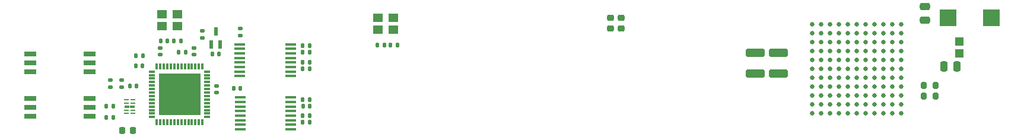
<source format=gbp>
G04 #@! TF.GenerationSoftware,KiCad,Pcbnew,(6.0.7)*
G04 #@! TF.CreationDate,2022-08-09T16:52:42+03:00*
G04 #@! TF.ProjectId,dock_rs232,646f636b-5f72-4733-9233-322e6b696361,rev?*
G04 #@! TF.SameCoordinates,Original*
G04 #@! TF.FileFunction,Paste,Bot*
G04 #@! TF.FilePolarity,Positive*
%FSLAX46Y46*%
G04 Gerber Fmt 4.6, Leading zero omitted, Abs format (unit mm)*
G04 Created by KiCad (PCBNEW (6.0.7)) date 2022-08-09 16:52:42*
%MOMM*%
%LPD*%
G01*
G04 APERTURE LIST*
G04 Aperture macros list*
%AMRoundRect*
0 Rectangle with rounded corners*
0 $1 Rounding radius*
0 $2 $3 $4 $5 $6 $7 $8 $9 X,Y pos of 4 corners*
0 Add a 4 corners polygon primitive as box body*
4,1,4,$2,$3,$4,$5,$6,$7,$8,$9,$2,$3,0*
0 Add four circle primitives for the rounded corners*
1,1,$1+$1,$2,$3*
1,1,$1+$1,$4,$5*
1,1,$1+$1,$6,$7*
1,1,$1+$1,$8,$9*
0 Add four rect primitives between the rounded corners*
20,1,$1+$1,$2,$3,$4,$5,0*
20,1,$1+$1,$4,$5,$6,$7,0*
20,1,$1+$1,$6,$7,$8,$9,0*
20,1,$1+$1,$8,$9,$2,$3,0*%
G04 Aperture macros list end*
%ADD10RoundRect,0.140000X0.140000X0.170000X-0.140000X0.170000X-0.140000X-0.170000X0.140000X-0.170000X0*%
%ADD11C,0.635000*%
%ADD12R,0.675000X0.250000*%
%ADD13R,0.775000X0.400000*%
%ADD14RoundRect,0.250000X-1.100000X0.325000X-1.100000X-0.325000X1.100000X-0.325000X1.100000X0.325000X0*%
%ADD15RoundRect,0.200000X-0.200000X-0.275000X0.200000X-0.275000X0.200000X0.275000X-0.200000X0.275000X0*%
%ADD16RoundRect,0.140000X-0.170000X0.140000X-0.170000X-0.140000X0.170000X-0.140000X0.170000X0.140000X0*%
%ADD17RoundRect,0.140000X-0.140000X-0.170000X0.140000X-0.170000X0.140000X0.170000X-0.140000X0.170000X0*%
%ADD18RoundRect,0.250000X-0.250000X-0.475000X0.250000X-0.475000X0.250000X0.475000X-0.250000X0.475000X0*%
%ADD19RoundRect,0.250000X-0.475000X0.250000X-0.475000X-0.250000X0.475000X-0.250000X0.475000X0.250000X0*%
%ADD20R,1.715000X0.760000*%
%ADD21RoundRect,0.135000X0.185000X-0.135000X0.185000X0.135000X-0.185000X0.135000X-0.185000X-0.135000X0*%
%ADD22R,1.400000X1.200000*%
%ADD23RoundRect,0.218750X0.218750X0.256250X-0.218750X0.256250X-0.218750X-0.256250X0.218750X-0.256250X0*%
%ADD24R,2.350000X2.450000*%
%ADD25RoundRect,0.200000X0.200000X0.275000X-0.200000X0.275000X-0.200000X-0.275000X0.200000X-0.275000X0*%
%ADD26RoundRect,0.135000X0.135000X0.185000X-0.135000X0.185000X-0.135000X-0.185000X0.135000X-0.185000X0*%
%ADD27RoundRect,0.225000X-0.250000X0.225000X-0.250000X-0.225000X0.250000X-0.225000X0.250000X0.225000X0*%
%ADD28R,0.900000X0.300000*%
%ADD29R,0.300000X0.900000*%
%ADD30R,6.000000X6.000000*%
%ADD31R,0.500000X1.150000*%
%ADD32RoundRect,0.135000X-0.135000X-0.185000X0.135000X-0.185000X0.135000X0.185000X-0.135000X0.185000X0*%
%ADD33R,1.639799X0.431000*%
%ADD34R,1.300000X1.200000*%
G04 APERTURE END LIST*
D10*
X261405919Y-105207354D03*
X260445919Y-105207354D03*
D11*
X345855919Y-98867354D03*
X344585919Y-98867354D03*
X343315919Y-98867354D03*
X342045919Y-98867354D03*
X340775919Y-98867354D03*
X339505919Y-98867354D03*
X338235919Y-98867354D03*
X336965919Y-98867354D03*
X335695919Y-98867354D03*
X334425919Y-98867354D03*
X333155919Y-98867354D03*
X345855919Y-100137354D03*
X344585919Y-100137354D03*
X343315919Y-100137354D03*
X342045919Y-100137354D03*
X340775919Y-100137354D03*
X339505919Y-100137354D03*
X338235919Y-100137354D03*
X336965919Y-100137354D03*
X335695919Y-100137354D03*
X334425919Y-100137354D03*
X333155919Y-100137354D03*
X345855919Y-101407354D03*
X344585919Y-101407354D03*
X343315919Y-101407354D03*
X342045919Y-101407354D03*
X340775919Y-101407354D03*
X339505919Y-101407354D03*
X338235919Y-101407354D03*
X336965919Y-101407354D03*
X335695919Y-101407354D03*
X334425919Y-101407354D03*
X333155919Y-101407354D03*
X345855919Y-102677354D03*
X344585919Y-102677354D03*
X343315919Y-102677354D03*
X342045919Y-102677354D03*
X340775919Y-102677354D03*
X339505919Y-102677354D03*
X338235919Y-102677354D03*
X336965919Y-102677354D03*
X335695919Y-102677354D03*
X334425919Y-102677354D03*
X333155919Y-102677354D03*
X345855919Y-103947354D03*
X344585919Y-103947354D03*
X343315919Y-103947354D03*
X342045919Y-103947354D03*
X340775919Y-103947354D03*
X339505919Y-103947354D03*
X338235919Y-103947354D03*
X336965919Y-103947354D03*
X335695919Y-103947354D03*
X334425919Y-103947354D03*
X333155919Y-103947354D03*
X345855919Y-105217354D03*
X344585919Y-105217354D03*
X343315919Y-105217354D03*
X342045919Y-105217354D03*
X340775919Y-105217354D03*
X339505919Y-105217354D03*
X338235919Y-105217354D03*
X336965919Y-105217354D03*
X335695919Y-105217354D03*
X334425919Y-105217354D03*
X333155919Y-105217354D03*
X345855919Y-106487354D03*
X344585919Y-106487354D03*
X343315919Y-106487354D03*
X342045919Y-106487354D03*
X340775919Y-106487354D03*
X339505919Y-106487354D03*
X338235919Y-106487354D03*
X336965919Y-106487354D03*
X335695919Y-106487354D03*
X334425919Y-106487354D03*
X333155919Y-106487354D03*
X345855919Y-107757354D03*
X344585919Y-107757354D03*
X343315919Y-107757354D03*
X342045919Y-107757354D03*
X340775919Y-107757354D03*
X339505919Y-107757354D03*
X338235919Y-107757354D03*
X336965919Y-107757354D03*
X335695919Y-107757354D03*
X334425919Y-107757354D03*
X333155919Y-107757354D03*
X345855919Y-109027354D03*
X344585919Y-109027354D03*
X343315919Y-109027354D03*
X342045919Y-109027354D03*
X340775919Y-109027354D03*
X339505919Y-109027354D03*
X338235919Y-109027354D03*
X336965919Y-109027354D03*
X335695919Y-109027354D03*
X334425919Y-109027354D03*
X333155919Y-109027354D03*
X345855919Y-110297354D03*
X344585919Y-110297354D03*
X343315919Y-110297354D03*
X342045919Y-110297354D03*
X340775919Y-110297354D03*
X339505919Y-110297354D03*
X338235919Y-110297354D03*
X336965919Y-110297354D03*
X335695919Y-110297354D03*
X334425919Y-110297354D03*
X333155919Y-110297354D03*
X345855919Y-111567354D03*
X344585919Y-111567354D03*
X343315919Y-111567354D03*
X342045919Y-111567354D03*
X340775919Y-111567354D03*
X339505919Y-111567354D03*
X338235919Y-111567354D03*
X336965919Y-111567354D03*
X335695919Y-111567354D03*
X334425919Y-111567354D03*
X333155919Y-111567354D03*
D12*
X236176419Y-109592354D03*
X236176419Y-110092354D03*
D13*
X236126419Y-110592354D03*
D12*
X236176419Y-111092354D03*
X236176419Y-111592354D03*
X235301419Y-111592354D03*
X235301419Y-111092354D03*
D13*
X235351419Y-110592354D03*
D12*
X235301419Y-110092354D03*
X235301419Y-109592354D03*
D14*
X325055919Y-102917354D03*
X325055919Y-105867354D03*
D15*
X349090919Y-107607354D03*
X350740919Y-107607354D03*
D16*
X248155919Y-107657354D03*
X248155919Y-108617354D03*
D17*
X271105919Y-101857354D03*
X272065919Y-101857354D03*
D16*
X244915919Y-102222354D03*
X244915919Y-103182354D03*
D10*
X261395919Y-104247354D03*
X260435919Y-104247354D03*
D17*
X235770919Y-107662354D03*
X236730919Y-107662354D03*
D18*
X351905919Y-104867354D03*
X353805919Y-104867354D03*
D19*
X349195919Y-96357354D03*
X349195919Y-98257354D03*
D20*
X230023919Y-103077354D03*
X230023919Y-104347354D03*
X230023919Y-105617354D03*
X230023919Y-109427354D03*
X230023919Y-110697354D03*
X230023919Y-111967354D03*
X221577919Y-111967354D03*
X221577919Y-110697354D03*
X221577919Y-109427354D03*
X221577919Y-105617354D03*
X221577919Y-104347354D03*
X221577919Y-103077354D03*
D21*
X246130919Y-100802354D03*
X246130919Y-99782354D03*
D22*
X242515919Y-99097354D03*
X240315919Y-99097354D03*
X240315919Y-97397354D03*
X242515919Y-97397354D03*
D17*
X260465919Y-110537354D03*
X261425919Y-110537354D03*
D23*
X236218419Y-114002354D03*
X234643419Y-114002354D03*
D17*
X250575919Y-107967354D03*
X251535919Y-107967354D03*
D16*
X251505919Y-99487354D03*
X251505919Y-100447354D03*
X240070919Y-102212354D03*
X240070919Y-103172354D03*
D10*
X273935919Y-101847354D03*
X272975919Y-101847354D03*
X261410919Y-101867354D03*
X260450919Y-101867354D03*
D24*
X352505919Y-97917354D03*
X358705919Y-97917354D03*
D21*
X233000919Y-107812354D03*
X233000919Y-106792354D03*
D10*
X248510919Y-103102354D03*
X247550919Y-103102354D03*
X261415919Y-109567354D03*
X260455919Y-109567354D03*
D17*
X236630919Y-104802354D03*
X237590919Y-104802354D03*
D10*
X261405919Y-111887354D03*
X260445919Y-111887354D03*
D25*
X350740919Y-109107354D03*
X349090919Y-109107354D03*
D10*
X261405919Y-112837354D03*
X260445919Y-112837354D03*
D26*
X233415919Y-112112354D03*
X232395919Y-112112354D03*
D27*
X304355919Y-97892354D03*
X304355919Y-99442354D03*
D22*
X273385919Y-99657354D03*
X271185919Y-99657354D03*
X271185919Y-97957354D03*
X273385919Y-97957354D03*
D10*
X243025919Y-101257354D03*
X242065919Y-101257354D03*
D17*
X240180919Y-101257354D03*
X241140919Y-101257354D03*
X260445919Y-102842354D03*
X261405919Y-102842354D03*
D28*
X238925919Y-112097354D03*
X238925919Y-111597354D03*
X238925919Y-111097354D03*
X238925919Y-110597354D03*
X238925919Y-110097354D03*
X238925919Y-109597354D03*
X238925919Y-109097354D03*
X238925919Y-108597354D03*
X238925919Y-108097354D03*
X238925919Y-107597354D03*
X238925919Y-107097354D03*
X238925919Y-106597354D03*
X238925919Y-106097354D03*
X238925919Y-105597354D03*
D29*
X239625919Y-104897354D03*
X240125919Y-104897354D03*
X240625919Y-104897354D03*
X241125919Y-104897354D03*
X241625919Y-104897354D03*
X242125919Y-104897354D03*
X242625919Y-104897354D03*
X243125919Y-104897354D03*
X243625919Y-104897354D03*
X244125919Y-104897354D03*
X244625919Y-104897354D03*
X245125919Y-104897354D03*
X245625919Y-104897354D03*
X246125919Y-104897354D03*
D28*
X246825919Y-105597354D03*
X246825919Y-106097354D03*
X246825919Y-106597354D03*
X246825919Y-107097354D03*
X246825919Y-107597354D03*
X246825919Y-108097354D03*
X246825919Y-108597354D03*
X246825919Y-109097354D03*
X246825919Y-109597354D03*
X246825919Y-110097354D03*
X246825919Y-110597354D03*
X246825919Y-111097354D03*
X246825919Y-111597354D03*
X246825919Y-112097354D03*
D29*
X246125919Y-112797354D03*
X245625919Y-112797354D03*
X245125919Y-112797354D03*
X244625919Y-112797354D03*
X244125919Y-112797354D03*
X243625919Y-112797354D03*
X243125919Y-112797354D03*
X242625919Y-112797354D03*
X242125919Y-112797354D03*
X241625919Y-112797354D03*
X241125919Y-112797354D03*
X240625919Y-112797354D03*
X240125919Y-112797354D03*
X239625919Y-112797354D03*
D30*
X242875919Y-108847354D03*
D14*
X328330919Y-102917354D03*
X328330919Y-105867354D03*
D31*
X248690919Y-101762354D03*
X247390919Y-101762354D03*
X248040919Y-99862354D03*
D32*
X236610919Y-103302354D03*
X237630919Y-103302354D03*
D33*
X258748119Y-101712355D03*
X258748119Y-102362353D03*
X258748119Y-103012355D03*
X258748119Y-103662353D03*
X258748119Y-104312352D03*
X258748119Y-104962353D03*
X258748119Y-105612352D03*
X258748119Y-106262353D03*
X251483719Y-106262353D03*
X251483719Y-105612355D03*
X251483719Y-104962353D03*
X251483719Y-104312355D03*
X251483719Y-103662356D03*
X251483719Y-103012355D03*
X251483719Y-102362356D03*
X251483719Y-101712355D03*
D27*
X305855919Y-97892354D03*
X305855919Y-99442354D03*
D32*
X242725919Y-102827354D03*
X243745919Y-102827354D03*
D26*
X233450919Y-110572354D03*
X232430919Y-110572354D03*
D34*
X354105919Y-101317354D03*
X354105919Y-103017354D03*
D33*
X258769019Y-109294855D03*
X258769019Y-109944853D03*
X258769019Y-110594855D03*
X258769019Y-111244853D03*
X258769019Y-111894852D03*
X258769019Y-112544853D03*
X258769019Y-113194852D03*
X258769019Y-113844853D03*
X251504619Y-113844853D03*
X251504619Y-113194855D03*
X251504619Y-112544853D03*
X251504619Y-111894855D03*
X251504619Y-111244856D03*
X251504619Y-110594855D03*
X251504619Y-109944856D03*
X251504619Y-109294855D03*
D21*
X234590919Y-107812354D03*
X234590919Y-106792354D03*
M02*

</source>
